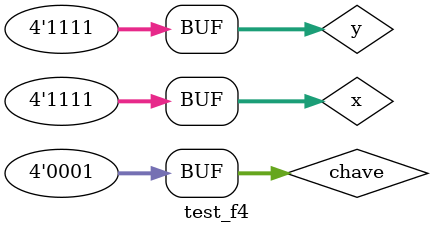
<source format=v>

module rand (output [3:0] s,
             input  [3:0] a,
             input  [3:0] b);

 and and1 (s[0],a[0],b[0]);
 and and2 (s[1],a[1],b[1]);
 and and3 (s[2],a[2],b[2]);
 and and4 (s[3],a[3],b[3]);

endmodule 

module ror (output [3:0] s,
            input [3:0] a,
            input [3:0] b);
            
 or or1 (s[0],a[0],b[0]);
 or or2 (s[1],a[1],b[1]);
 or or3 (s[2],a[2],b[2]);
 or or4 (s[3],a[3],b[3]);

endmodule

module rnot (output [3:0] s,
             input [3:0] a);
             
 assign s = ~a;

endmodule

module f4 (output [3:0] s,
           input [3:0] chave, //definida apenas por 0000 ou 0001
           input [3:0] a,
           input [3:0] b);

 wire [3:0] w1;
 wire [3:0] w2;
 wire [3:0] w3;
 wire [3:0] w4;
 wire [3:0] w5;

 rand and1 (w1,a,b);
 ror or1 (w2,a,b);
 rnot not1 (w3,chave);
 rand and2 (w4,w1,chave);
 rand and3 (w5,w2,w3);
 ror or2 (s,w4,w5);

endmodule

module test_f4;
       reg  [3:0] x;
       reg  [3:0] y;
       reg  [3:0] chave;
       wire [3:0] z;

       f4 modulo (z,chave,x,y);


   initial begin
      $display("Eduardo Botelho de Andrade - 427395");
      $display("Test LU's module");
      $display("Chave: 0 = OR / 1 = AND");
      $monitor("x = %b , y = %b , s = %b     - chave = %b ",x,y,z,chave);

      #1 x = 4'b0000; y = 4'b0000; chave = 4'b0000;
      #1 y = 4'b0001;
      #1 y = 4'b0010;
      #1 y = 4'b0011;
      #1 y = 4'b0100;
      #1 y = 4'b0101;
      #1 y = 4'b0110;
      #1 y = 4'b0111;
      #1 y = 4'b1000;
      #1 y = 4'b1001;
      #1 y = 4'b1010;
      #1 y = 4'b1011;
      #1 y = 4'b1100;
      #1 y = 4'b1101;
      #1 y = 4'b1111;

      #1 x = 4'b0001;
      #1 y = 4'b0000;
      #1 y = 4'b0001;
      #1 y = 4'b0010;
      #1 y = 4'b0011;
      #1 y = 4'b0100;
      #1 y = 4'b0101;
      #1 y = 4'b0110;
      #1 y = 4'b0111;
      #1 y = 4'b1000;
      #1 y = 4'b1001;
      #1 y = 4'b1010;
      #1 y = 4'b1011;
      #1 y = 4'b1100;
      #1 y = 4'b1101;
      #1 y = 4'b1111;

      #1 x = 4'b0010;
      #1 y = 4'b0000;
      #1 y = 4'b0001;
      #1 y = 4'b0010;
      #1 y = 4'b0011;
      #1 y = 4'b0100;
      #1 y = 4'b0101;
      #1 y = 4'b0110;
      #1 y = 4'b0111;
      #1 y = 4'b1000;
      #1 y = 4'b1001;
      #1 y = 4'b1010;
      #1 y = 4'b1011;
      #1 y = 4'b1100;
      #1 y = 4'b1101;
      #1 y = 4'b1111;

      #1 x = 4'b0011;

      #1 y = 4'b0000;
      #1 y = 4'b0001;
      #1 y = 4'b0010;
      #1 y = 4'b0011;
      #1 y = 4'b0100;
      #1 y = 4'b0101;
      #1 y = 4'b0110;
      #1 y = 4'b0111;
      #1 y = 4'b1000;
      #1 y = 4'b1001;
      #1 y = 4'b1010;
      #1 y = 4'b1011;
      #1 y = 4'b1100;
      #1 y = 4'b1101;
      #1 y = 4'b1111;

      #1 x = 4'b0100;

      #1 y = 4'b0000;
      #1 y = 4'b0001;
      #1 y = 4'b0010;
      #1 y = 4'b0011;
      #1 y = 4'b0100;
      #1 y = 4'b0101;
      #1 y = 4'b0110;
      #1 y = 4'b0111;
      #1 y = 4'b1000;
      #1 y = 4'b1001;
      #1 y = 4'b1010;
      #1 y = 4'b1011;
      #1 y = 4'b1100;
      #1 y = 4'b1101;
      #1 y = 4'b1111;

      #1 x = 4'b0101;

      #1 y = 4'b0000;
      #1 y = 4'b0001;
      #1 y = 4'b0010;
      #1 y = 4'b0011;
      #1 y = 4'b0100;
      #1 y = 4'b0101;
      #1 y = 4'b0110;
      #1 y = 4'b0111;
      #1 y = 4'b1000;
      #1 y = 4'b1001;
      #1 y = 4'b1010;
      #1 y = 4'b1011;
      #1 y = 4'b1100;
      #1 y = 4'b1101;
      #1 y = 4'b1111;

      #1 x = 4'b0110;

      #1 y = 4'b0000;
      #1 y = 4'b0001;
      #1 y = 4'b0010;
      #1 y = 4'b0011;
      #1 y = 4'b0100;
      #1 y = 4'b0101;
      #1 y = 4'b0110;
      #1 y = 4'b0111;
      #1 y = 4'b1000;
      #1 y = 4'b1001;
      #1 y = 4'b1010;
      #1 y = 4'b1011;
      #1 y = 4'b1100;
      #1 y = 4'b1101;
      #1 y = 4'b1111;

      #1 x = 4'b0111;

      #1 y = 4'b0000;
      #1 y = 4'b0001;
      #1 y = 4'b0010;
      #1 y = 4'b0011;
      #1 y = 4'b0100;
      #1 y = 4'b0101;
      #1 y = 4'b0110;
      #1 y = 4'b0111;
      #1 y = 4'b1000;
      #1 y = 4'b1001;
      #1 y = 4'b1010;
      #1 y = 4'b1011;
      #1 y = 4'b1100;
      #1 y = 4'b1101;
      #1 y = 4'b1111;

      #1 x = 4'b1000;  chave = 4'b0001;

      #1 y = 4'b0000;
      #1 y = 4'b0001;
      #1 y = 4'b0010;
      #1 y = 4'b0011;
      #1 y = 4'b0100;
      #1 y = 4'b0101;
      #1 y = 4'b0110;
      #1 y = 4'b0111;
      #1 y = 4'b1000;
      #1 y = 4'b1001;
      #1 y = 4'b1010;
      #1 y = 4'b1011;
      #1 y = 4'b1100;
      #1 y = 4'b1101;
      #1 y = 4'b1111;
      
      #1 x = 4'b1001;

      #1 y = 4'b0000;
      #1 y = 4'b0001;
      #1 y = 4'b0010;
      #1 y = 4'b0011;
      #1 y = 4'b0100;
      #1 y = 4'b0101;
      #1 y = 4'b0110;
      #1 y = 4'b0111;
      #1 y = 4'b1000;
      #1 y = 4'b1001;
      #1 y = 4'b1010;
      #1 y = 4'b1011;
      #1 y = 4'b1100;
      #1 y = 4'b1101;
      #1 y = 4'b1111;
      
      #1 x = 4'b1010;

      #1 y = 4'b0000;
      #1 y = 4'b0001;
      #1 y = 4'b0010;
      #1 y = 4'b0011;
      #1 y = 4'b0100;
      #1 y = 4'b0101;
      #1 y = 4'b0110;
      #1 y = 4'b0111;
      #1 y = 4'b1000;
      #1 y = 4'b1001;
      #1 y = 4'b1010;
      #1 y = 4'b1011;
      #1 y = 4'b1100;
      #1 y = 4'b1101;
      #1 y = 4'b1111;
      
      #1 x = 4'b1011;

      #1 y = 4'b0000;
      #1 y = 4'b0001;
      #1 y = 4'b0010;
      #1 y = 4'b0011;
      #1 y = 4'b0100;
      #1 y = 4'b0101;
      #1 y = 4'b0110;
      #1 y = 4'b0111;
      #1 y = 4'b1000;
      #1 y = 4'b1001;
      #1 y = 4'b1010;
      #1 y = 4'b1011;
      #1 y = 4'b1100;
      #1 y = 4'b1101;
      #1 y = 4'b1111;
      
      #1 x = 4'b1100;

      #1 y = 4'b0000;
      #1 y = 4'b0001;
      #1 y = 4'b0010;
      #1 y = 4'b0011;
      #1 y = 4'b0100;
      #1 y = 4'b0101;
      #1 y = 4'b0110;
      #1 y = 4'b0111;
      #1 y = 4'b1000;
      #1 y = 4'b1001;
      #1 y = 4'b1010;
      #1 y = 4'b1011;
      #1 y = 4'b1100;
      #1 y = 4'b1101;
      #1 y = 4'b1111;

      #1 x=4'b1101;

      #1 y = 4'b0000;
      #1 y = 4'b0001;
      #1 y = 4'b0010;
      #1 y = 4'b0011;
      #1 y = 4'b0100;
      #1 y = 4'b0101;
      #1 y = 4'b0110;
      #1 y = 4'b0111;
      #1 y = 4'b1000;
      #1 y = 4'b1001;
      #1 y = 4'b1010;
      #1 y = 4'b1011;
      #1 y = 4'b1100;
      #1 y = 4'b1101;
      #1 y = 4'b1111;

      #1 x=4'b1110;

      #1 y = 4'b0000;
      #1 y = 4'b0001;
      #1 y = 4'b0010;
      #1 y = 4'b0011;
      #1 y = 4'b0100;
      #1 y = 4'b0101;
      #1 y = 4'b0110;
      #1 y = 4'b0111;
      #1 y = 4'b1000;
      #1 y = 4'b1001;
      #1 y = 4'b1010;
      #1 y = 4'b1011;
      #1 y = 4'b1100;
      #1 y = 4'b1101;
      #1 y = 4'b1111;

      #1 x=4'b1111;

      #1 y = 4'b0000;
      #1 y = 4'b0001;
      #1 y = 4'b0010;
      #1 y = 4'b0011;
      #1 y = 4'b0100;
      #1 y = 4'b0101;
      #1 y = 4'b0110;
      #1 y = 4'b0111;
      #1 y = 4'b1000;
      #1 y = 4'b1001;
      #1 y = 4'b1010;
      #1 y = 4'b1011;
      #1 y = 4'b1100;
      #1 y = 4'b1101;
      #1 y = 4'b1111;

   end

endmodule // test_f4

</source>
